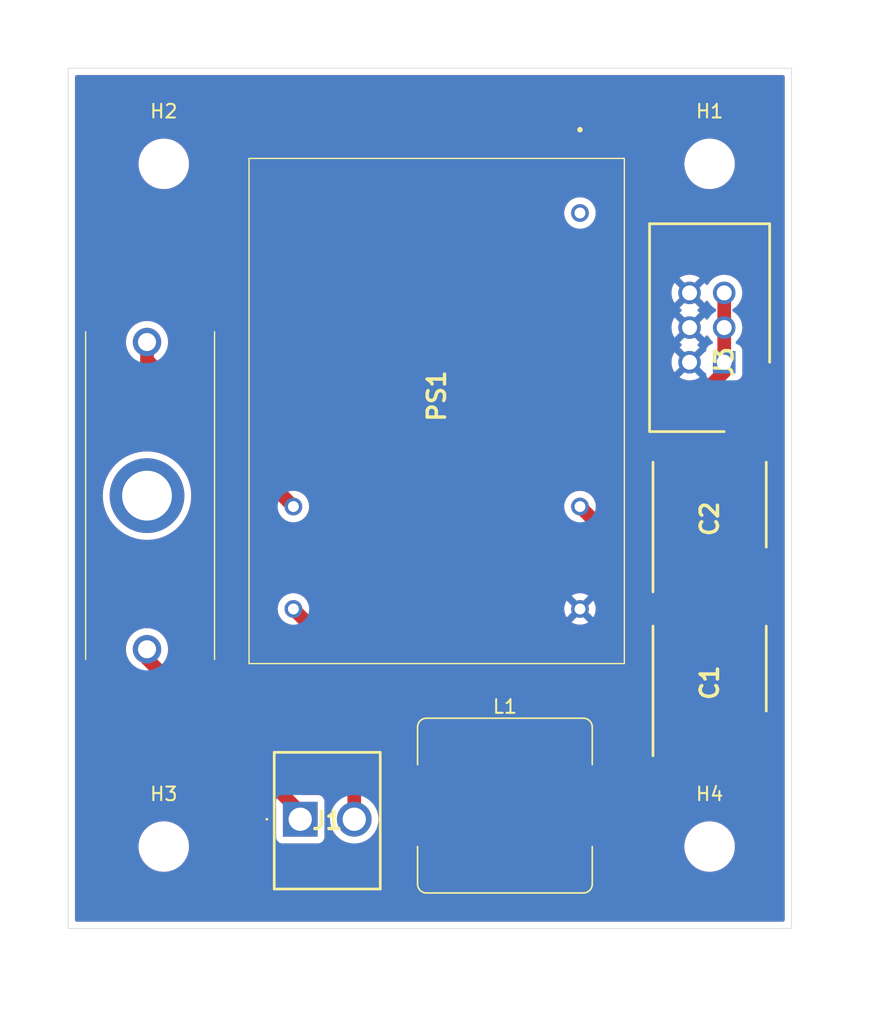
<source format=kicad_pcb>
(kicad_pcb (version 20240108) (generator "pcbnew") (generator_version "8.0")
  (layers (0 "F.Cu" signal) (31 "B.Cu" signal) (34 "B.Paste" user) (35 "F.Paste" user) (36 "B.SilkS" user "B.Silkscreen") (37 "F.SilkS" user "F.Silkscreen") (38 "B.Mask" user) (39 "F.Mask" user) (44 "Edge.Cuts" user))
  (net 0 "")
  (net 1 "Net-(C1-+)")
  (net 2 "GNDD")
  (net 3 "+5V")
  (net 4 "Net-(PS1-AC_IN_(L))")
  (net 5 "Net-(PS1-AC_IN_(N))")
  (net 7 "Net-(J1-Pad1)")
  (footprint "Samacsys:26604023" (layer "F.Cu") (at 130 93 180)
    (property "Reference" "J1" (at -1.98 -0.105 0) (layer "F.SilkS") (effects (font (size 1.27 1.27) (thickness 0.254))))
    (property "Value" "26-60-4023" (hide yes))
    (fp_line (start 2.5 0) (end 2.5 0) (stroke (width 0.1)) (layer "F.SilkS"))
    (fp_line (start 2.4 0) (end 2.4 0) (stroke (width 0.1)) (layer "F.SilkS"))
    (fp_line (start 1.905 4.9) (end -5.865 4.9) (stroke (width 0.2)) (layer "F.SilkS"))
    (fp_line (start 1.905 -5.11) (end 1.905 4.9) (stroke (width 0.2)) (layer "F.SilkS"))
    (fp_line (start -5.865 4.9) (end -5.865 -5.11) (stroke (width 0.2)) (layer "F.SilkS"))
    (fp_line (start -5.865 -5.11) (end 1.905 -5.11) (stroke (width 0.2)) (layer "F.SilkS"))
    (fp_arc (start 2.5 0) (mid 2.45 0.05) (end 2.4 0) (stroke (width 0.1)) (layer "F.SilkS"))
    (fp_arc (start 2.4 0) (mid 2.45 -0.05) (end 2.5 0) (stroke (width 0.1)) (layer "F.SilkS"))
    (pad "1" thru_hole rect (at 0 0 180) (size 2.55 2.55) (drill 1.7) (layers "*.Cu" "*.Mask") (net 7 "Net-(J1-Pad1)"))
    (pad "2" thru_hole circle (at -3.96 0 180) (size 2.55 2.55) (drill 1.7) (layers "*.Cu" "*.Mask") (net 4 "Net-(PS1-AC_IN_(L))"))
  )
  (footprint "MountingHole:MountingHole_3.2mm_M3_ISO7380" (layer "F.Cu") (at 160 45)
    (property "Reference" "H1" (at 0 -3.85 0) (layer "F.SilkS"))
    (property "Value" "MountingHole")
    (pad "" np_thru_hole circle (at 0 0) (size 3.2 3.2) (drill 3.2) (layers "*.Cu" "*.Mask"))
  )
  (footprint "Samacsys:CAPAE830X1050N" (layer "F.Cu") (at 160 83 90)
    (property "Reference" "C1" (at 0 0 90) (layer "F.SilkS") (effects (font (size 1.27 1.27) (thickness 0.254))))
    (property "Value" "UUD1V101MNL1GS" (hide yes))
    (fp_line (start -5.35 -4.15) (end 4.15 -4.15) (stroke (width 0.2)) (layer "F.SilkS"))
    (fp_line (start -2.075 4.15) (end 4.15 4.15) (stroke (width 0.2)) (layer "F.SilkS"))
    (pad "1" smd rect (at -3.35 0 180) (size 2.15 4) (layers "F.Cu" "F.Paste" "F.Mask") (net 1 "Net-(C1-+)"))
    (pad "2" smd rect (at 3.35 0 180) (size 2.15 4) (layers "F.Cu" "F.Paste" "F.Mask") (net 2 "GNDD"))
  )
  (footprint "MountingHole:MountingHole_3.2mm_M3_ISO7380" (layer "F.Cu") (at 160 95)
    (property "Reference" "H4" (at 0 -3.85 0) (layer "F.SilkS"))
    (property "Value" "MountingHole")
    (pad "" np_thru_hole circle (at 0 0) (size 3.2 3.2) (drill 3.2) (layers "*.Cu" "*.Mask"))
  )
  (footprint "Samacsys:4628" (layer "F.Cu") (at 118.7725 80.5505 90)
    (property "Reference" "J2" (at 11.25 0.228 90) (layer "F.SilkS") (effects (font (size 1.27 1.27) (thickness 0.254))))
    (property "Value" "4628" (hide yes))
    (fp_line (start -0.75 -4.495) (end 23.25 -4.495) (stroke (width 0.1)) (layer "F.SilkS"))
    (fp_line (start -0.75 4.95) (end 23.25 4.95) (stroke (width 0.1)) (layer "F.SilkS"))
    (pad "1" thru_hole circle (at 0 0 90) (size 2.085 2.085) (drill 1.32) (layers "*.Cu" "*.Mask") (net 7 "Net-(J1-Pad1)"))
    (pad "2" thru_hole circle (at 22.5 0 90) (size 2.085 2.085) (drill 1.32) (layers "*.Cu" "*.Mask") (net 5 "Net-(PS1-AC_IN_(N))"))
    (pad "MH1" thru_hole circle (at 11.25 0 90) (size 5.475 5.475) (drill 3.65) (layers "*.Cu" "*.Mask"))
  )
  (footprint "Samacsys:TMPW5112" (layer "F.Cu") (at 150.5 48.6 -90)
    (property "Reference" "PS1" (at 13.4 10.5 90) (layer "F.SilkS") (effects (font (size 1.27 1.27) (thickness 0.254))))
    (property "Value" "TMPW_5-105" (hide yes))
    (fp_line (start -4 24.25) (end 33 24.25) (stroke (width 0.1)) (layer "F.SilkS"))
    (fp_line (start 33 24.25) (end 33 -3.25) (stroke (width 0.1)) (layer "F.SilkS"))
    (fp_line (start -6.2 0) (end -6.2 0) (stroke (width 0.2)) (layer "F.SilkS"))
    (fp_line (start -6 0) (end -6 0) (stroke (width 0.2)) (layer "F.SilkS"))
    (fp_line (start -4 -3.25) (end -4 24.25) (stroke (width 0.1)) (layer "F.SilkS"))
    (fp_line (start 33 -3.25) (end -4 -3.25) (stroke (width 0.1)) (layer "F.SilkS"))
    (fp_arc (start -6.2 0) (mid -6.1 -0.1) (end -6 0) (stroke (width 0.2)) (layer "F.SilkS"))
    (fp_arc (start -6 0) (mid -6.1 0.1) (end -6.2 0) (stroke (width 0.2)) (layer "F.SilkS"))
    (pad "1" thru_hole circle (at 0 0 270) (size 1.3 1.3) (drill 0.8) (layers "*.Cu" "*.Mask"))
    (pad "2" thru_hole circle (at 21.5 0 270) (size 1.3 1.3) (drill 0.8) (layers "*.Cu" "*.Mask") (net 1 "Net-(C1-+)"))
    (pad "3" thru_hole circle (at 29 0 270) (size 1.3 1.3) (drill 0.8) (layers "*.Cu" "*.Mask") (net 2 "GNDD"))
    (pad "4" thru_hole circle (at 29 21 270) (size 1.3 1.3) (drill 0.8) (layers "*.Cu" "*.Mask") (net 4 "Net-(PS1-AC_IN_(L))"))
    (pad "5" thru_hole circle (at 21.5 21 270) (size 1.3 1.3) (drill 0.8) (layers "*.Cu" "*.Mask") (net 5 "Net-(PS1-AC_IN_(N))"))
  )
  (footprint "Samacsys:SHDR6W64P254_2X3_1522X880X920P" (layer "F.Cu") (at 161.07 59.53 90)
    (property "Reference" "J3" (at 0 0 90) (layer "F.SilkS") (effects (font (size 1.27 1.27) (thickness 0.254))))
    (property "Value" "BHR-06-VUA" (hide yes))
    (fp_line (start 10.14 -5.47) (end -5.08 -5.47) (stroke (width 0.2)) (layer "F.SilkS"))
    (fp_line (start -5.08 -5.47) (end -5.08 0) (stroke (width 0.2)) (layer "F.SilkS"))
    (fp_line (start 10.14 3.33) (end 10.14 -5.47) (stroke (width 0.2)) (layer "F.SilkS"))
    (fp_line (start 0 3.33) (end 10.14 3.33) (stroke (width 0.2)) (layer "F.SilkS"))
    (pad "1" thru_hole rect (at 0 0 90) (size 1.65 1.65) (drill 1.1) (layers "*.Cu" "*.Mask") (net 3 "+5V"))
    (pad "2" thru_hole circle (at 0 -2.54 90) (size 1.65 1.65) (drill 1.1) (layers "*.Cu" "*.Mask") (net 2 "GNDD"))
    (pad "3" thru_hole circle (at 2.54 0 90) (size 1.65 1.65) (drill 1.1) (layers "*.Cu" "*.Mask") (net 3 "+5V"))
    (pad "4" thru_hole circle (at 2.54 -2.54 90) (size 1.65 1.65) (drill 1.1) (layers "*.Cu" "*.Mask") (net 2 "GNDD"))
    (pad "5" thru_hole circle (at 5.08 0 90) (size 1.65 1.65) (drill 1.1) (layers "*.Cu" "*.Mask") (net 3 "+5V"))
    (pad "6" thru_hole circle (at 5.08 -2.54 90) (size 1.65 1.65) (drill 1.1) (layers "*.Cu" "*.Mask") (net 2 "GNDD"))
  )
  (footprint "MountingHole:MountingHole_3.2mm_M3_ISO7380" (layer "F.Cu") (at 120 95)
    (property "Reference" "H3" (at 0 -3.85 0) (layer "F.SilkS"))
    (property "Value" "MountingHole")
    (pad "" np_thru_hole circle (at 0 0) (size 3.2 3.2) (drill 3.2) (layers "*.Cu" "*.Mask"))
  )
  (footprint "Samacsys:CAPAE830X1050N" (layer "F.Cu") (at 160 71 90)
    (property "Reference" "C2" (at 0 0 90) (layer "F.SilkS") (effects (font (size 1.27 1.27) (thickness 0.254))))
    (property "Value" "UUD1V101MNL1GS" (hide yes))
    (fp_line (start -5.35 -4.15) (end 4.15 -4.15) (stroke (width 0.2)) (layer "F.SilkS"))
    (fp_line (start -2.075 4.15) (end 4.15 4.15) (stroke (width 0.2)) (layer "F.SilkS"))
    (pad "1" smd rect (at -3.35 0 180) (size 2.15 4) (layers "F.Cu" "F.Paste" "F.Mask") (net 3 "+5V"))
    (pad "2" smd rect (at 3.35 0 180) (size 2.15 4) (layers "F.Cu" "F.Paste" "F.Mask") (net 2 "GNDD"))
  )
  (footprint "MountingHole:MountingHole_3.2mm_M3_ISO7380" (layer "F.Cu") (at 120 45)
    (property "Reference" "H2" (at 0 -3.85 0) (layer "F.SilkS"))
    (property "Value" "MountingHole")
    (pad "" np_thru_hole circle (at 0 0) (size 3.2 3.2) (drill 3.2) (layers "*.Cu" "*.Mask"))
  )
  (footprint "Inductor_SMD:L_Bourns_SRR1260" (layer "F.Cu") (at 145 92)
    (property "Reference" "L1" (at 0 -7.25 0) (layer "F.SilkS"))
    (property "Value" "150uh")
    (fp_line (start -6.4 -5.75) (end -6.4 -3) (stroke (width 0.12)) (layer "F.SilkS"))
    (fp_line (start -6.4 3) (end -6.4 5.75) (stroke (width 0.12)) (layer "F.SilkS"))
    (fp_line (start -5.75 -6.4) (end 5.75 -6.4) (stroke (width 0.12)) (layer "F.SilkS"))
    (fp_line (start 5.75 6.4) (end -5.75 6.4) (stroke (width 0.12)) (layer "F.SilkS"))
    (fp_line (start 6.4 -5.75) (end 6.4 -3) (stroke (width 0.12)) (layer "F.SilkS"))
    (fp_line (start 6.4 3) (end 6.4 5.75) (stroke (width 0.12)) (layer "F.SilkS"))
    (fp_arc (start -6.4 -5.75) (mid -6.209619 -6.209619) (end -5.75 -6.4) (stroke (width 0.12)) (layer "F.SilkS"))
    (fp_arc (start -5.75 6.4) (mid -6.209619 6.209619) (end -6.4 5.75) (stroke (width 0.12)) (layer "F.SilkS"))
    (fp_arc (start 5.75 -6.4) (mid 6.209619 -6.209619) (end 6.4 -5.75) (stroke (width 0.12)) (layer "F.SilkS"))
    (fp_arc (start 6.4 5.75) (mid 6.209619 6.209619) (end 5.75 6.4) (stroke (width 0.12)) (layer "F.SilkS"))
    (pad "1" smd rect (at -4.85 0) (size 2.9 5.4) (layers "F.Cu" "F.Paste" "F.Mask") (net 1 "Net-(C1-+)"))
    (pad "2" smd rect (at 4.85 0) (size 2.9 5.4) (layers "F.Cu" "F.Paste" "F.Mask") (net 3 "+5V"))
  )
  (gr_rect (start 113 38) (end 166 101) (stroke (width 0.05)) (fill none) (layer "Edge.Cuts"))
  (segment (start 146.8 86.35) (end 140.15 93) (width 1) (layer "F.Cu") (net 1))
  (segment (start 150.5 70.1) (end 151.85 71.45) (width 1) (layer "F.Cu") (net 1))
  (segment (start 151.85 73.85) (end 155 77) (width 1) (layer "F.Cu") (net 1))
  (segment (start 160 86.35) (end 146.8 86.35) (width 1) (layer "F.Cu") (net 1))
  (segment (start 151.85 71.45) (end 151.85 73.85) (width 1) (layer "F.Cu") (net 1))
  (segment (start 155 77) (end 155 81) (width 1) (layer "F.Cu") (net 1))
  (segment (start 160 86) (end 160 86.35) (width 1) (layer "F.Cu") (net 1))
  (segment (start 155 81) (end 160 86) (width 1) (layer "F.Cu") (net 1))
  (segment (start 157.2 64.1) (end 161.07 60.23) (width 1) (layer "F.Cu") (net 3))
  (segment (start 161.07 60.23) (end 161.07 54.45) (width 1) (layer "F.Cu") (net 3))
  (segment (start 160 74.35) (end 157.2 71.55) (width 1) (layer "F.Cu") (net 3))
  (segment (start 149.85 93) (end 151.85 91) (width 1) (layer "F.Cu") (net 3))
  (segment (start 157.2 71.55) (end 157.2 64.1) (width 1) (layer "F.Cu") (net 3))
  (segment (start 151.85 91) (end 161 91) (width 1) (layer "F.Cu") (net 3))
  (segment (start 163 89) (end 163 77.35) (width 1) (layer "F.Cu") (net 3))
  (segment (start 161 91) (end 163 89) (width 1) (layer "F.Cu") (net 3))
  (segment (start 163 77.35) (end 160 74.35) (width 1) (layer "F.Cu") (net 3))
  (segment (start 133.96 82.06) (end 129.5 77.6) (width 1) (layer "F.Cu") (net 4))
  (segment (start 133.96 93) (end 133.96 82.06) (width 1) (layer "F.Cu") (net 4))
  (segment (start 129.5 70.1) (end 118.7725 59.3725) (width 1) (layer "F.Cu") (net 5))
  (segment (start 118.7725 59.3725) (end 118.7725 58.7505) (width 1) (layer "F.Cu") (net 5))
  (segment (start 130 93) (end 130 92.478) (width 1) (layer "F.Cu") (net 7))
  (segment (start 130 92.478) (end 118.7725 81.2505) (width 1) (layer "F.Cu") (net 7))
  (zone (net 2) (net_name "GNDD") (layers "F&B.Cu") (connect_pads (clearance 0.5)) (min_thickness 0.25) (fill yes (thermal_gap 0.5) (thermal_bridge_width 0.5))
    (polygon (pts (xy 108 33) (xy 173 33) (xy 173 108) (xy 108 108)))
  )
)
</source>
